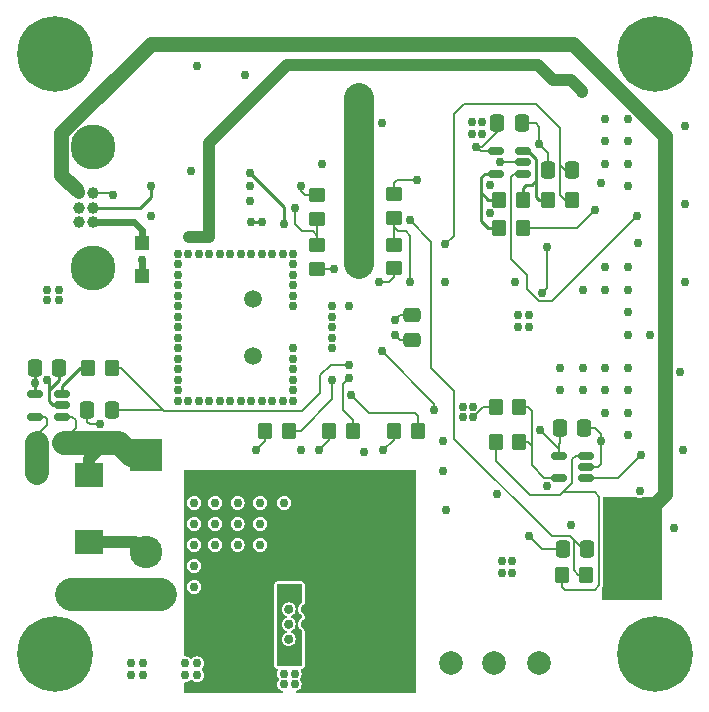
<source format=gbl>
%TF.GenerationSoftware,KiCad,Pcbnew,8.0.9*%
%TF.CreationDate,2025-05-21T00:59:13-04:00*%
%TF.ProjectId,rocket_power_board,726f636b-6574-45f7-906f-7765725f626f,rev?*%
%TF.SameCoordinates,Original*%
%TF.FileFunction,Copper,L4,Bot*%
%TF.FilePolarity,Positive*%
%FSLAX46Y46*%
G04 Gerber Fmt 4.6, Leading zero omitted, Abs format (unit mm)*
G04 Created by KiCad (PCBNEW 8.0.9) date 2025-05-21 00:59:13*
%MOMM*%
%LPD*%
G01*
G04 APERTURE LIST*
G04 Aperture macros list*
%AMRoundRect*
0 Rectangle with rounded corners*
0 $1 Rounding radius*
0 $2 $3 $4 $5 $6 $7 $8 $9 X,Y pos of 4 corners*
0 Add a 4 corners polygon primitive as box body*
4,1,4,$2,$3,$4,$5,$6,$7,$8,$9,$2,$3,0*
0 Add four circle primitives for the rounded corners*
1,1,$1+$1,$2,$3*
1,1,$1+$1,$4,$5*
1,1,$1+$1,$6,$7*
1,1,$1+$1,$8,$9*
0 Add four rect primitives between the rounded corners*
20,1,$1+$1,$2,$3,$4,$5,0*
20,1,$1+$1,$4,$5,$6,$7,0*
20,1,$1+$1,$6,$7,$8,$9,0*
20,1,$1+$1,$8,$9,$2,$3,0*%
G04 Aperture macros list end*
%TA.AperFunction,ComponentPad*%
%ADD10C,2.000000*%
%TD*%
%TA.AperFunction,ComponentPad*%
%ADD11C,6.400000*%
%TD*%
%TA.AperFunction,ComponentPad*%
%ADD12C,3.800000*%
%TD*%
%TA.AperFunction,ComponentPad*%
%ADD13C,1.000000*%
%TD*%
%TA.AperFunction,ComponentPad*%
%ADD14R,2.743200X2.743200*%
%TD*%
%TA.AperFunction,ComponentPad*%
%ADD15C,2.743200*%
%TD*%
%TA.AperFunction,ComponentPad*%
%ADD16C,1.500000*%
%TD*%
%TA.AperFunction,SMDPad,CuDef*%
%ADD17RoundRect,0.250000X-0.350000X-0.450000X0.350000X-0.450000X0.350000X0.450000X-0.350000X0.450000X0*%
%TD*%
%TA.AperFunction,SMDPad,CuDef*%
%ADD18RoundRect,0.250000X0.350000X0.450000X-0.350000X0.450000X-0.350000X-0.450000X0.350000X-0.450000X0*%
%TD*%
%TA.AperFunction,SMDPad,CuDef*%
%ADD19RoundRect,0.250000X-0.337500X-0.475000X0.337500X-0.475000X0.337500X0.475000X-0.337500X0.475000X0*%
%TD*%
%TA.AperFunction,SMDPad,CuDef*%
%ADD20RoundRect,0.250000X0.337500X0.475000X-0.337500X0.475000X-0.337500X-0.475000X0.337500X-0.475000X0*%
%TD*%
%TA.AperFunction,SMDPad,CuDef*%
%ADD21RoundRect,0.250000X-0.475000X0.337500X-0.475000X-0.337500X0.475000X-0.337500X0.475000X0.337500X0*%
%TD*%
%TA.AperFunction,SMDPad,CuDef*%
%ADD22RoundRect,0.150000X0.512500X0.150000X-0.512500X0.150000X-0.512500X-0.150000X0.512500X-0.150000X0*%
%TD*%
%TA.AperFunction,SMDPad,CuDef*%
%ADD23RoundRect,0.250000X-0.450000X0.350000X-0.450000X-0.350000X0.450000X-0.350000X0.450000X0.350000X0*%
%TD*%
%TA.AperFunction,SMDPad,CuDef*%
%ADD24RoundRect,0.250000X0.450000X-0.350000X0.450000X0.350000X-0.450000X0.350000X-0.450000X-0.350000X0*%
%TD*%
%TA.AperFunction,SMDPad,CuDef*%
%ADD25R,2.489200X2.159000*%
%TD*%
%TA.AperFunction,SMDPad,CuDef*%
%ADD26R,1.200000X1.200000*%
%TD*%
%TA.AperFunction,ViaPad*%
%ADD27C,0.762000*%
%TD*%
%TA.AperFunction,Conductor*%
%ADD28C,1.270000*%
%TD*%
%TA.AperFunction,Conductor*%
%ADD29C,1.016000*%
%TD*%
%TA.AperFunction,Conductor*%
%ADD30C,0.203200*%
%TD*%
%TA.AperFunction,Conductor*%
%ADD31C,0.279400*%
%TD*%
%TA.AperFunction,Conductor*%
%ADD32C,2.765520*%
%TD*%
%TA.AperFunction,Conductor*%
%ADD33C,2.540000*%
%TD*%
%TA.AperFunction,Conductor*%
%ADD34C,0.599948*%
%TD*%
%TA.AperFunction,Conductor*%
%ADD35C,2.032000*%
%TD*%
G04 APERTURE END LIST*
D10*
%TO.P,5V,1,1*%
%TO.N,+5V*%
X229870000Y-135382000D03*
%TD*%
D11*
%TO.P,H3,1,1*%
%TO.N,GND*%
X196342000Y-134620000D03*
%TD*%
D10*
%TO.P,12V,1,1*%
%TO.N,+12V*%
X237363000Y-135382000D03*
%TD*%
D12*
%TO.P,J2,*%
%TO.N,*%
X199624000Y-91644000D03*
X199624000Y-101944000D03*
D13*
%TO.P,J2,1,Pin_1*%
%TO.N,/Charge_Line*%
X199624000Y-98044000D03*
%TO.P,J2,2,Pin_2*%
%TO.N,/CANL*%
X199624000Y-96794000D03*
%TO.P,J2,3,Pin_3*%
%TO.N,/CANH*%
X199624000Y-95544000D03*
%TO.P,J2,4,Pin_4*%
%TO.N,GND*%
X198374000Y-98044000D03*
%TO.P,J2,5,Pin_5*%
%TO.N,+5V_SW*%
X198374000Y-96794000D03*
%TO.P,J2,6,Pin_6*%
%TO.N,+12V*%
X198374000Y-95544000D03*
%TD*%
D10*
%TO.P,5V_O,1,1*%
%TO.N,+5V_SW*%
X233553000Y-135382000D03*
%TD*%
D11*
%TO.P,H2,1,1*%
%TO.N,GND*%
X247142000Y-83820000D03*
%TD*%
D14*
%TO.P,J3,1,Pin_1*%
%TO.N,/Charge Circuitry+12V-5V Buck/BATT_ISense_+*%
X204078500Y-117729000D03*
D15*
%TO.P,J3,2,Pin_2*%
%TO.N,GND*%
X204078500Y-125984000D03*
%TD*%
D16*
%TO.P,Y1,1,1*%
%TO.N,/OSC2*%
X213106000Y-109384000D03*
%TO.P,Y1,2,2*%
%TO.N,/OSC1*%
X213106000Y-104504000D03*
%TD*%
D11*
%TO.P,H1,1,1*%
%TO.N,GND*%
X196342000Y-83820000D03*
%TD*%
%TO.P,H4,1,1*%
%TO.N,GND*%
X247142000Y-134620000D03*
%TD*%
D17*
%TO.P,R32,1*%
%TO.N,Net-(U8--)*%
X233955500Y-96139000D03*
%TO.P,R32,2*%
%TO.N,Net-(R32-Pad2)*%
X235955500Y-96139000D03*
%TD*%
D18*
%TO.P,R19,1*%
%TO.N,Net-(U6--)*%
X235674500Y-113697000D03*
%TO.P,R19,2*%
%TO.N,GND*%
X233674500Y-113697000D03*
%TD*%
D19*
%TO.P,C15,1*%
%TO.N,+5V*%
X239119500Y-115443000D03*
%TO.P,C15,2*%
%TO.N,GND*%
X241194500Y-115443000D03*
%TD*%
D20*
%TO.P,C16,1*%
%TO.N,/BATT_Current_Sense*%
X201189500Y-113919000D03*
%TO.P,C16,2*%
%TO.N,GND*%
X199114500Y-113919000D03*
%TD*%
D21*
%TO.P,C3,1*%
%TO.N,+5V*%
X226568000Y-105896500D03*
%TO.P,C3,2*%
%TO.N,GND*%
X226568000Y-107971500D03*
%TD*%
D18*
%TO.P,R23,1*%
%TO.N,/BATT_Current_Sense*%
X201152000Y-110363000D03*
%TO.P,R23,2*%
%TO.N,Net-(R23-Pad2)*%
X199152000Y-110363000D03*
%TD*%
D20*
%TO.P,C24,1*%
%TO.N,/5V_Current_Sense*%
X240178500Y-93599000D03*
%TO.P,C24,2*%
%TO.N,GND*%
X238103500Y-93599000D03*
%TD*%
D22*
%TO.P,U8,1*%
%TO.N,Net-(R32-Pad2)*%
X235960500Y-92014000D03*
%TO.P,U8,2,GND*%
%TO.N,GND*%
X235960500Y-92964000D03*
%TO.P,U8,3,+*%
%TO.N,/5V_Enable/5V_I_Sense_Op_Amp_In*%
X235960500Y-93914000D03*
%TO.P,U8,4,-*%
%TO.N,Net-(U8--)*%
X233685500Y-93914000D03*
%TO.P,U8,5,V+*%
%TO.N,+5V*%
X233685500Y-92014000D03*
%TD*%
%TO.P,U5,1*%
%TO.N,Net-(R23-Pad2)*%
X196967000Y-112588000D03*
%TO.P,U5,2,GND*%
%TO.N,GND*%
X196967000Y-113538000D03*
%TO.P,U5,3,+*%
%TO.N,/Charge Circuitry+12V-5V Buck/BATT_ISense_+*%
X196967000Y-114488000D03*
%TO.P,U5,4,-*%
%TO.N,/Charge Circuitry+12V-5V Buck/BATT_ISense_-*%
X194692000Y-114488000D03*
%TO.P,U5,5,V+*%
%TO.N,+5V*%
X194692000Y-112588000D03*
%TD*%
D17*
%TO.P,R9,1*%
%TO.N,Net-(D2-K)*%
X219599000Y-115697000D03*
%TO.P,R9,2*%
%TO.N,/Blue_LED*%
X221599000Y-115697000D03*
%TD*%
D23*
%TO.P,R6,1*%
%TO.N,+5V*%
X218567000Y-95731500D03*
%TO.P,R6,2*%
%TO.N,/5V_Voltage_Sense*%
X218567000Y-97731500D03*
%TD*%
D19*
%TO.P,C14,1*%
%TO.N,+5V*%
X194669500Y-110363000D03*
%TO.P,C14,2*%
%TO.N,GND*%
X196744500Y-110363000D03*
%TD*%
D23*
%TO.P,R3,1*%
%TO.N,+BATT*%
X225044000Y-95663000D03*
%TO.P,R3,2*%
%TO.N,/BATT_Voltage_Sense*%
X225044000Y-97663000D03*
%TD*%
D24*
%TO.P,R7,1*%
%TO.N,GND*%
X218567000Y-101965000D03*
%TO.P,R7,2*%
%TO.N,/5V_Voltage_Sense*%
X218567000Y-99965000D03*
%TD*%
D25*
%TO.P,C25,1*%
%TO.N,/Charge Circuitry+12V-5V Buck/BATT_ISense_+*%
X199263000Y-119443500D03*
%TO.P,C25,2*%
%TO.N,GND*%
X199263000Y-125082300D03*
%TD*%
D17*
%TO.P,R10,1*%
%TO.N,Net-(D3-K)*%
X225060000Y-115697000D03*
%TO.P,R10,2*%
%TO.N,/White_LED*%
X227060000Y-115697000D03*
%TD*%
%TO.P,R11,1*%
%TO.N,/Charge Circuitry+12V-5V Buck/BATT_ISense_-*%
X194834000Y-116713000D03*
%TO.P,R11,2*%
%TO.N,/Charge Circuitry+12V-5V Buck/BATT_ISense_+*%
X196834000Y-116713000D03*
%TD*%
D18*
%TO.P,R24,1*%
%TO.N,/12V_Current_Sense*%
X241284000Y-127889000D03*
%TO.P,R24,2*%
%TO.N,Net-(R20-Pad2)*%
X239284000Y-127889000D03*
%TD*%
D24*
%TO.P,R4,1*%
%TO.N,GND*%
X225044000Y-101927500D03*
%TO.P,R4,2*%
%TO.N,/BATT_Voltage_Sense*%
X225044000Y-99927500D03*
%TD*%
D17*
%TO.P,R31,1*%
%TO.N,Net-(U8--)*%
X233955500Y-98552000D03*
%TO.P,R31,2*%
%TO.N,GND*%
X235955500Y-98552000D03*
%TD*%
D18*
%TO.P,R20,1*%
%TO.N,Net-(U6--)*%
X235674500Y-116647000D03*
%TO.P,R20,2*%
%TO.N,Net-(R20-Pad2)*%
X233674500Y-116647000D03*
%TD*%
D26*
%TO.P,D5,1,K*%
%TO.N,+BATT*%
X203708000Y-102619000D03*
%TO.P,D5,2,A*%
%TO.N,/Charge_Line*%
X203708000Y-99819000D03*
%TD*%
D19*
%TO.P,C22,1*%
%TO.N,+5V*%
X233791000Y-89662000D03*
%TO.P,C22,2*%
%TO.N,GND*%
X235866000Y-89662000D03*
%TD*%
D18*
%TO.P,R35,1*%
%TO.N,/5V_Current_Sense*%
X240146500Y-96139000D03*
%TO.P,R35,2*%
%TO.N,Net-(R32-Pad2)*%
X238146500Y-96139000D03*
%TD*%
D20*
%TO.P,C17,1*%
%TO.N,/12V_Current_Sense*%
X241448500Y-125730000D03*
%TO.P,C17,2*%
%TO.N,GND*%
X239373500Y-125730000D03*
%TD*%
D22*
%TO.P,U6,1*%
%TO.N,Net-(R20-Pad2)*%
X241294500Y-117795000D03*
%TO.P,U6,2,GND*%
%TO.N,GND*%
X241294500Y-118745000D03*
%TO.P,U6,3,+*%
%TO.N,/Charge Circuitry+12V-5V Buck/12V_I_Sense_Op_Amp_In*%
X241294500Y-119695000D03*
%TO.P,U6,4,-*%
%TO.N,Net-(U6--)*%
X239019500Y-119695000D03*
%TO.P,U6,5,V+*%
%TO.N,+5V*%
X239019500Y-117795000D03*
%TD*%
D17*
%TO.P,R8,1*%
%TO.N,Net-(D1-K)*%
X214138000Y-115697000D03*
%TO.P,R8,2*%
%TO.N,/Red_LED*%
X216138000Y-115697000D03*
%TD*%
D27*
%TO.N,+12V*%
X243332000Y-129540000D03*
X245237000Y-129540000D03*
X247142000Y-123825000D03*
X245237000Y-123825000D03*
X243332000Y-127635000D03*
X243332000Y-125730000D03*
X245237000Y-125730000D03*
X245237000Y-127635000D03*
X247142000Y-129540000D03*
X233807000Y-121031000D03*
X243332000Y-121920000D03*
X243332000Y-123825000D03*
%TO.N,GND*%
X213868000Y-113157000D03*
X216535000Y-112268000D03*
X195702500Y-111379000D03*
X219837000Y-105156000D03*
X236474000Y-124587000D03*
X200147500Y-115112800D03*
X249682000Y-103124000D03*
X209423000Y-113157000D03*
X235585000Y-105918000D03*
X242570000Y-94742000D03*
X237363000Y-91440000D03*
X214757000Y-100711000D03*
X217551000Y-132080000D03*
X212979000Y-113157000D03*
X212852000Y-96266000D03*
X206756000Y-105156000D03*
X223774000Y-103073200D03*
X209423000Y-100711000D03*
X206756000Y-104267000D03*
X231775000Y-113665000D03*
X236474000Y-105918000D03*
X216535000Y-104267000D03*
X249682000Y-96520000D03*
X234061000Y-92964000D03*
X242570000Y-116586000D03*
X216154000Y-133350000D03*
X206756000Y-101600000D03*
X231648000Y-89535000D03*
X215646000Y-100711000D03*
X206756000Y-110490000D03*
X215646000Y-113157000D03*
X207645000Y-100711000D03*
X211201000Y-100711000D03*
X231648000Y-90551000D03*
X213868000Y-100711000D03*
X206756000Y-112268000D03*
X216535000Y-113157000D03*
X212979000Y-100711000D03*
X219837000Y-106934000D03*
X208153000Y-133350000D03*
X229489000Y-122428000D03*
X245872000Y-120777000D03*
X210312000Y-113157000D03*
X211201000Y-113157000D03*
X206756000Y-103378000D03*
X210312000Y-100711000D03*
X232537000Y-89535000D03*
X206756000Y-111379000D03*
X219964000Y-101981000D03*
X232537000Y-90551000D03*
X212090000Y-100711000D03*
X216535000Y-102489000D03*
X207645000Y-113157000D03*
X216535000Y-105156000D03*
X216535000Y-103378000D03*
X249682000Y-89916000D03*
X234188000Y-127762000D03*
X212090000Y-113157000D03*
X234188000Y-126746000D03*
X206756000Y-106934000D03*
X206756000Y-100711000D03*
X208534000Y-113157000D03*
X248814500Y-123952000D03*
X204470000Y-97536000D03*
X214757000Y-113157000D03*
X216535000Y-109601000D03*
X219837000Y-106045000D03*
X236474000Y-106934000D03*
X208407000Y-84836000D03*
X216535000Y-110490000D03*
X245745117Y-99822017D03*
X217551000Y-130810000D03*
X216159500Y-130810000D03*
X235077000Y-127762000D03*
X216535000Y-100711000D03*
X237998000Y-120396000D03*
X230886000Y-114554000D03*
X216535000Y-111379000D03*
X222092487Y-134744710D03*
X242062000Y-97028000D03*
X216159500Y-132080000D03*
X221284800Y-105156000D03*
X208153000Y-132080000D03*
X206756000Y-113157000D03*
X235077000Y-126746000D03*
X208158500Y-130810000D03*
X208534000Y-100711000D03*
X230886000Y-113665000D03*
X229362000Y-103124000D03*
X206756000Y-108712000D03*
X249571000Y-117342500D03*
X216535000Y-108712000D03*
X235585000Y-106934000D03*
X249301000Y-110744000D03*
X206756000Y-102489000D03*
X206756000Y-107823000D03*
X231775000Y-114554000D03*
X219837000Y-107823000D03*
X206756000Y-106045000D03*
X216535000Y-101600000D03*
X225171000Y-107569000D03*
X206756000Y-109601000D03*
X224028000Y-89662000D03*
X219837000Y-108712000D03*
%TO.N,+5V*%
X222910400Y-87528400D03*
X221234000Y-87528400D03*
X233161859Y-97295853D03*
X221234000Y-100736400D03*
X222097600Y-100736400D03*
X198628000Y-129540000D03*
X213741000Y-123571000D03*
X222910400Y-97739200D03*
X208153000Y-121793000D03*
X222504000Y-117475000D03*
X222910400Y-100736400D03*
X222097600Y-97739200D03*
X242951000Y-91186000D03*
X218946787Y-93066813D03*
X207899000Y-93726000D03*
X213741000Y-121793000D03*
X197739000Y-130429000D03*
X205232000Y-128651000D03*
X199517000Y-130429000D03*
X208153000Y-127127000D03*
X221234000Y-88341200D03*
X205232000Y-130429000D03*
X203454000Y-130429000D03*
X221234000Y-97739200D03*
X221234000Y-96926400D03*
X232029000Y-91643200D03*
X208153000Y-125349000D03*
X211836000Y-123571000D03*
X222097600Y-88341200D03*
X217170000Y-94996000D03*
X244856000Y-93091000D03*
X194669500Y-111633000D03*
X221234000Y-101549200D03*
X208153000Y-128905000D03*
X244856000Y-89281000D03*
X199517000Y-128651000D03*
X222910400Y-88341200D03*
X229235000Y-116586000D03*
X222097600Y-96926400D03*
X244856000Y-91186000D03*
X217170000Y-117348000D03*
X208153000Y-123571000D03*
X242951000Y-93091000D03*
X213741000Y-125349000D03*
X204343000Y-129540000D03*
X237413800Y-115646200D03*
X242951000Y-89281000D03*
X212471000Y-85598000D03*
X212852000Y-94996000D03*
X197739000Y-128651000D03*
X211836000Y-121793000D03*
X209931000Y-125349000D03*
X215773000Y-121793000D03*
X222097600Y-87528400D03*
X209931000Y-121793000D03*
X203454000Y-128651000D03*
X222910400Y-101549200D03*
X244856000Y-94996000D03*
X240030000Y-123647200D03*
X211836000Y-125349000D03*
X222097600Y-101549200D03*
X222910400Y-96926400D03*
X225171000Y-106299000D03*
X209931000Y-123571000D03*
%TO.N,/5V_Current_Sense*%
X229402920Y-99908080D03*
%TO.N,/12V_Current_Sense*%
X226392875Y-97867903D03*
%TO.N,Net-(D3-K)*%
X224155000Y-117348000D03*
%TO.N,/CANL*%
X204470000Y-94996000D03*
%TO.N,+5V_SW*%
X244856000Y-107569000D03*
X238506000Y-85979000D03*
X235305600Y-103073200D03*
X240030000Y-85979000D03*
X207645000Y-99314000D03*
X244856000Y-105664000D03*
X208534000Y-99314000D03*
X242951000Y-101854000D03*
X244856000Y-101854000D03*
X209423000Y-99314000D03*
X240969800Y-86995000D03*
X242951000Y-103759000D03*
X244856000Y-103759000D03*
X241046000Y-103759000D03*
X246761000Y-107569000D03*
%TO.N,/CANH*%
X201295000Y-95758000D03*
%TO.N,/BATT_Voltage_Sense*%
X226441000Y-103124000D03*
%TO.N,/5V_Voltage_Sense*%
X216654503Y-96811483D03*
%TO.N,/Red_LED*%
X219837000Y-111379000D03*
%TO.N,/Blue_LED*%
X221234000Y-111252000D03*
%TO.N,/White_LED*%
X221411800Y-112649000D03*
%TO.N,/CAN_TX*%
X213868000Y-98044000D03*
X212979000Y-98044000D03*
%TO.N,/CAN_RX*%
X212852000Y-93853000D03*
X215773000Y-98171000D03*
%TO.N,+BATT*%
X203835000Y-135382000D03*
X241056500Y-110357500D03*
X202819000Y-136398000D03*
X202819000Y-135382000D03*
X196723000Y-104648000D03*
X203835000Y-136398000D03*
X244866500Y-112262500D03*
X196723000Y-103759000D03*
X195707000Y-104648000D03*
X239151500Y-110357500D03*
X244866500Y-110357500D03*
X244866500Y-114167500D03*
X226999800Y-94488000D03*
X195707000Y-103759000D03*
X242961500Y-114167500D03*
X239151500Y-112262500D03*
X242961500Y-112262500D03*
X242961500Y-110357500D03*
X229235000Y-119126000D03*
X233172000Y-94869000D03*
X203708000Y-101219000D03*
X244866500Y-116072500D03*
X241056500Y-112262500D03*
%TO.N,/BATT_Current_Sense*%
X221234000Y-110109000D03*
%TO.N,/Charge Circuitry+12V-5V Buck/SW_PIN*%
X216662000Y-129159000D03*
X216662000Y-135001000D03*
X215773000Y-135001000D03*
X215773000Y-129159000D03*
%TO.N,/5V_Fuse_FLT*%
X238002667Y-100126800D03*
X237617000Y-104013000D03*
%TO.N,/Charge Circuitry+12V-5V Buck/BATT_ISense_-*%
X194310000Y-118491000D03*
X195326000Y-118491000D03*
X195326000Y-119507000D03*
X194310000Y-119507000D03*
%TO.N,Net-(D1-K)*%
X213360000Y-117348000D03*
%TO.N,/Charge Circuitry+12V-5V Buck/Buck_In*%
X207391000Y-135382000D03*
X215773000Y-136271000D03*
X207391000Y-136398000D03*
X215773000Y-137160000D03*
X208407000Y-135382000D03*
X208407000Y-136398000D03*
X216662000Y-136271000D03*
X216662000Y-137160000D03*
%TO.N,/5V_Enable/5V_I_Sense_Op_Amp_In*%
X245618000Y-97536000D03*
%TO.N,/12V_RST{slash}EN*%
X224028000Y-108966000D03*
X228473000Y-113919000D03*
%TO.N,/Charge Circuitry+12V-5V Buck/12V_I_Sense_Op_Amp_In*%
X245999000Y-117729000D03*
%TO.N,Net-(D2-K)*%
X218694000Y-117348000D03*
%TD*%
D28*
%TO.N,+12V*%
X196885800Y-94015800D02*
X196885800Y-90509800D01*
D29*
X198374000Y-95544000D02*
X198374000Y-95504000D01*
D28*
X248031000Y-121031000D02*
X247396000Y-121666000D01*
D29*
X198374000Y-95504000D02*
X198120000Y-95250000D01*
D28*
X204464600Y-82931000D02*
X240230210Y-82931000D01*
X196885800Y-90509800D02*
X204464600Y-82931000D01*
X240230210Y-82931000D02*
X248031000Y-90731790D01*
X198120000Y-95250000D02*
X196885800Y-94015800D01*
X248031000Y-90731790D02*
X248031000Y-121031000D01*
D30*
%TO.N,GND*%
X199114500Y-113919000D02*
X199114500Y-114918000D01*
X226568000Y-107971500D02*
X225573500Y-107971500D01*
X238103500Y-93599000D02*
X238103500Y-92180500D01*
X199114500Y-114918000D02*
X199309300Y-115112800D01*
D31*
X195834000Y-112268000D02*
X195834000Y-113157000D01*
D30*
X225573500Y-107971500D02*
X225171000Y-107569000D01*
X235866000Y-89662000D02*
X237082000Y-89662000D01*
D31*
X196215000Y-113538000D02*
X196967000Y-113538000D01*
X195702500Y-111379000D02*
X195829500Y-111506000D01*
D30*
X240538000Y-98552000D02*
X242062000Y-97028000D01*
X242062000Y-115443000D02*
X242570000Y-115951000D01*
X225044000Y-102717600D02*
X224688400Y-103073200D01*
D31*
X195834000Y-113157000D02*
X196215000Y-113538000D01*
X195829500Y-112263500D02*
X195834000Y-112268000D01*
D30*
X219948000Y-101965000D02*
X219964000Y-101981000D01*
X242570000Y-118491000D02*
X242316000Y-118745000D01*
X235955500Y-98552000D02*
X240538000Y-98552000D01*
X242316000Y-118745000D02*
X241294500Y-118745000D01*
X224688400Y-103073200D02*
X223774000Y-103073200D01*
D31*
X196744500Y-111357500D02*
X195834000Y-112268000D01*
D30*
X233674500Y-113697000D02*
X232632000Y-113697000D01*
D29*
X203176800Y-125082300D02*
X204078500Y-125984000D01*
D30*
X225044000Y-101927500D02*
X225044000Y-102717600D01*
D31*
X196744500Y-110363000D02*
X196744500Y-111357500D01*
D30*
X199309300Y-115112800D02*
X200147500Y-115112800D01*
X237363000Y-89943000D02*
X237363000Y-91440000D01*
X237082000Y-89662000D02*
X237363000Y-89943000D01*
X239373500Y-125730000D02*
X237617000Y-125730000D01*
X235960500Y-92964000D02*
X234061000Y-92964000D01*
D31*
X195829500Y-111506000D02*
X195829500Y-112263500D01*
D29*
X199263000Y-125082300D02*
X203176800Y-125082300D01*
D30*
X232632000Y-113697000D02*
X231775000Y-114554000D01*
X242570000Y-115951000D02*
X242570000Y-116586000D01*
X218567000Y-101965000D02*
X219948000Y-101965000D01*
X237617000Y-125730000D02*
X236474000Y-124587000D01*
X241194500Y-115443000D02*
X242062000Y-115443000D01*
X238103500Y-92180500D02*
X237363000Y-91440000D01*
X242570000Y-116586000D02*
X242570000Y-118491000D01*
%TO.N,+5V*%
X237413800Y-115646200D02*
X237439200Y-115646200D01*
X239119500Y-116205000D02*
X239119500Y-116226500D01*
X239014000Y-116840000D02*
X239014000Y-117221000D01*
D32*
X197739000Y-129540000D02*
X205232000Y-129540000D01*
D30*
X239119500Y-116205000D02*
X239119500Y-116734500D01*
X217170000Y-95377000D02*
X217170000Y-94996000D01*
X233791000Y-89662000D02*
X233791000Y-90387000D01*
X239014000Y-117789500D02*
X239019500Y-117795000D01*
X232399800Y-92014000D02*
X232029000Y-91643200D01*
X225573500Y-105896500D02*
X225171000Y-106299000D01*
X239119500Y-115443000D02*
X239119500Y-116205000D01*
D31*
X194669500Y-111633000D02*
X194669500Y-112565500D01*
D33*
X222097600Y-101549200D02*
X222097600Y-87528400D01*
D30*
X239014000Y-117221000D02*
X239014000Y-117789500D01*
X226568000Y-105896500D02*
X225573500Y-105896500D01*
X217524500Y-95731500D02*
X217170000Y-95377000D01*
D31*
X194669500Y-110363000D02*
X194669500Y-111633000D01*
D30*
X237439200Y-115646200D02*
X239014000Y-117221000D01*
X232534800Y-91643200D02*
X232029000Y-91643200D01*
X239119500Y-116734500D02*
X239014000Y-116840000D01*
X218567000Y-95731500D02*
X217524500Y-95731500D01*
X233791000Y-90387000D02*
X232534800Y-91643200D01*
D31*
X194669500Y-112565500D02*
X194692000Y-112588000D01*
D30*
X233685500Y-92014000D02*
X232399800Y-92014000D01*
%TO.N,/5V_Current_Sense*%
X239141000Y-93218000D02*
X239141000Y-95758000D01*
X230124000Y-88900000D02*
X231013000Y-88011000D01*
X239522000Y-96139000D02*
X240146500Y-96139000D01*
X237109000Y-88011000D02*
X239141000Y-90043000D01*
X240178500Y-93599000D02*
X239522000Y-93599000D01*
X239522000Y-93599000D02*
X239141000Y-93218000D01*
X239141000Y-95758000D02*
X239522000Y-96139000D01*
X229402920Y-99908080D02*
X230124000Y-99187000D01*
X239141000Y-90043000D02*
X239141000Y-93218000D01*
X231013000Y-88011000D02*
X237109000Y-88011000D01*
X230124000Y-99187000D02*
X230124000Y-88900000D01*
%TO.N,/12V_Current_Sense*%
X230174800Y-116382800D02*
X238416000Y-124624000D01*
X239940000Y-124624000D02*
X240284000Y-124968000D01*
X228219000Y-110363000D02*
X230174800Y-112318800D01*
X241284000Y-127889000D02*
X240665000Y-127889000D01*
X228219000Y-99694028D02*
X228219000Y-110363000D01*
X226392875Y-97867903D02*
X228219000Y-99694028D01*
X240284000Y-127508000D02*
X240284000Y-124968000D01*
X230174800Y-112318800D02*
X230174800Y-116382800D01*
X241046000Y-125730000D02*
X240284000Y-124968000D01*
X241448500Y-125730000D02*
X241046000Y-125730000D01*
X240665000Y-127889000D02*
X240284000Y-127508000D01*
X238416000Y-124624000D02*
X239940000Y-124624000D01*
D34*
%TO.N,/Charge_Line*%
X203073000Y-98044000D02*
X203708000Y-98679000D01*
X199624000Y-98044000D02*
X203073000Y-98044000D01*
X203708000Y-98679000D02*
X203708000Y-99819000D01*
D30*
%TO.N,Net-(D3-K)*%
X224155000Y-117348000D02*
X225060000Y-116443000D01*
X225060000Y-116443000D02*
X225060000Y-115697000D01*
D31*
%TO.N,/CANL*%
X203568750Y-96794000D02*
X199624000Y-96794000D01*
X204470000Y-95892750D02*
X203568750Y-96794000D01*
X204470000Y-94996000D02*
X204470000Y-95892750D01*
D29*
%TO.N,+5V_SW*%
X209423000Y-91313000D02*
X209423000Y-99314000D01*
X238506000Y-85979000D02*
X240030000Y-85979000D01*
X216027000Y-84709000D02*
X209423000Y-91313000D01*
X240969800Y-86918800D02*
X240969800Y-86995000D01*
X240030000Y-85979000D02*
X240969800Y-86918800D01*
X238506000Y-85979000D02*
X237236000Y-84709000D01*
X237236000Y-84709000D02*
X216027000Y-84709000D01*
X209423000Y-99314000D02*
X207699283Y-99314000D01*
D30*
%TO.N,/CANH*%
X201081000Y-95544000D02*
X199624000Y-95544000D01*
X201295000Y-95758000D02*
X201081000Y-95544000D01*
%TO.N,/BATT_Voltage_Sense*%
X226441000Y-99187000D02*
X226441000Y-103124000D01*
X225044000Y-98425000D02*
X225425000Y-98806000D01*
X226060000Y-98806000D02*
X226441000Y-99187000D01*
X225044000Y-98425000D02*
X225044000Y-99927500D01*
X225044000Y-97663000D02*
X225044000Y-98425000D01*
X225425000Y-98806000D02*
X226060000Y-98806000D01*
%TO.N,/5V_Voltage_Sense*%
X218567000Y-97731500D02*
X218567000Y-99187000D01*
X217678000Y-98806000D02*
X217297000Y-98806000D01*
X218567000Y-99187000D02*
X218567000Y-99965000D01*
X217297000Y-98806000D02*
X216654503Y-98163503D01*
X218186000Y-98806000D02*
X217678000Y-98806000D01*
X218567000Y-99187000D02*
X218186000Y-98806000D01*
X216654503Y-98163503D02*
X216654503Y-96811483D01*
%TO.N,/Red_LED*%
X216138000Y-115697000D02*
X217170000Y-115697000D01*
X219837000Y-113030000D02*
X219837000Y-111379000D01*
X217170000Y-115697000D02*
X219837000Y-113030000D01*
%TO.N,/Blue_LED*%
X221234000Y-111252000D02*
X220726000Y-111760000D01*
X220726000Y-113919000D02*
X221599000Y-114792000D01*
X220726000Y-111760000D02*
X220726000Y-113919000D01*
X221599000Y-114792000D02*
X221599000Y-115697000D01*
%TO.N,/White_LED*%
X222935800Y-114173000D02*
X226822000Y-114173000D01*
X221411800Y-112649000D02*
X222935800Y-114173000D01*
X227060000Y-114411000D02*
X227060000Y-115697000D01*
X226822000Y-114173000D02*
X227060000Y-114411000D01*
D31*
%TO.N,/CAN_TX*%
X213868000Y-98044000D02*
X212979000Y-98044000D01*
%TO.N,/CAN_RX*%
X215773000Y-96774000D02*
X212852000Y-93853000D01*
X215773000Y-98171000D02*
X215773000Y-96774000D01*
D30*
%TO.N,+BATT*%
X225044000Y-94742000D02*
X225044000Y-95663000D01*
X225298000Y-94488000D02*
X225044000Y-94742000D01*
D34*
X203708000Y-102619000D02*
X203708000Y-101219000D01*
D30*
X226999800Y-94488000D02*
X225298000Y-94488000D01*
%TO.N,/BATT_Current_Sense*%
X219710000Y-110109000D02*
X221234000Y-110109000D01*
X205608500Y-114046000D02*
X205994000Y-114046000D01*
X218821000Y-110998000D02*
X219710000Y-110109000D01*
X205994000Y-114046000D02*
X217313684Y-114046000D01*
X218821000Y-112538684D02*
X218821000Y-110998000D01*
X205481500Y-113919000D02*
X205483750Y-113921250D01*
X201152000Y-110363000D02*
X201925500Y-110363000D01*
X217313684Y-114046000D02*
X218821000Y-112538684D01*
X201189500Y-113919000D02*
X205481500Y-113919000D01*
X201925500Y-110363000D02*
X205608500Y-114046000D01*
%TO.N,/5V_Fuse_FLT*%
X237998000Y-103632000D02*
X237617000Y-104013000D01*
X238002667Y-100126800D02*
X237998000Y-100131467D01*
X237998000Y-100131467D02*
X237998000Y-103632000D01*
%TO.N,/Charge Circuitry+12V-5V Buck/BATT_ISense_-*%
X194692000Y-116571000D02*
X194834000Y-116713000D01*
X195514000Y-114488000D02*
X195707000Y-114681000D01*
X194834000Y-116062000D02*
X194834000Y-116713000D01*
X195707000Y-115189000D02*
X194834000Y-116062000D01*
D35*
X194834000Y-116713000D02*
X194834000Y-119237000D01*
D30*
X194692000Y-114488000D02*
X195514000Y-114488000D01*
X194691000Y-114487000D02*
X194692000Y-114488000D01*
X195707000Y-114681000D02*
X195707000Y-115189000D01*
D35*
%TO.N,/Charge Circuitry+12V-5V Buck/BATT_ISense_+*%
X201803000Y-116713000D02*
X197104000Y-116713000D01*
D30*
X196967000Y-114488000D02*
X197800000Y-114488000D01*
X201803000Y-116713000D02*
X200152000Y-116713000D01*
X197800000Y-114488000D02*
X198120000Y-114808000D01*
D29*
X199263000Y-119443500D02*
X199263000Y-118110000D01*
D30*
X198120000Y-114808000D02*
X198120000Y-115427000D01*
X198120000Y-115427000D02*
X196834000Y-116713000D01*
D35*
X202819000Y-117729000D02*
X201803000Y-116713000D01*
X204078500Y-117729000D02*
X202819000Y-117729000D01*
X201803000Y-116713000D02*
X200660000Y-116713000D01*
D29*
X199263000Y-118110000D02*
X200660000Y-116713000D01*
D30*
%TO.N,Net-(D1-K)*%
X213360000Y-117348000D02*
X214138000Y-116570000D01*
X214138000Y-116570000D02*
X214138000Y-115697000D01*
%TO.N,/5V_Enable/5V_I_Sense_Op_Amp_In*%
X238455200Y-104698800D02*
X237332932Y-104698800D01*
X236347000Y-103712868D02*
X236347000Y-102535034D01*
X245618000Y-97536000D02*
X238455200Y-104698800D01*
X236347000Y-102535034D02*
X234950000Y-101138034D01*
X234950000Y-94234000D02*
X235270000Y-93914000D01*
X235270000Y-93914000D02*
X235960500Y-93914000D01*
X234950000Y-101138034D02*
X234950000Y-94234000D01*
X237332932Y-104698800D02*
X236347000Y-103712868D01*
%TO.N,/12V_RST{slash}EN*%
X228473000Y-113411000D02*
X224028000Y-108966000D01*
X228473000Y-113919000D02*
X228473000Y-113411000D01*
%TO.N,/Charge Circuitry+12V-5V Buck/12V_I_Sense_Op_Amp_In*%
X241294500Y-119695000D02*
X244033000Y-119695000D01*
X244033000Y-119695000D02*
X245999000Y-117729000D01*
%TO.N,Net-(D2-K)*%
X219599000Y-116443000D02*
X219599000Y-115697000D01*
X218694000Y-117348000D02*
X219599000Y-116443000D01*
D31*
%TO.N,Net-(U8--)*%
X233955500Y-98552000D02*
X233050500Y-98552000D01*
X232415500Y-94234000D02*
X232735500Y-93914000D01*
X232415500Y-97917000D02*
X232415500Y-94234000D01*
X233050500Y-98552000D02*
X232415500Y-97917000D01*
X233955500Y-96139000D02*
X233050500Y-96139000D01*
X233050500Y-96139000D02*
X232415500Y-95504000D01*
X232735500Y-93914000D02*
X233685500Y-93914000D01*
D30*
%TO.N,Net-(U6--)*%
X235674500Y-113697000D02*
X236379000Y-113697000D01*
X237805000Y-119695000D02*
X239019500Y-119695000D01*
X236728000Y-114046000D02*
X236728000Y-116967000D01*
X236728000Y-116967000D02*
X236728000Y-118618000D01*
X236728000Y-118618000D02*
X237805000Y-119695000D01*
X235674500Y-116647000D02*
X236408000Y-116647000D01*
X236379000Y-113697000D02*
X236728000Y-114046000D01*
X236408000Y-116647000D02*
X236728000Y-116967000D01*
%TO.N,Net-(R20-Pad2)*%
X233674500Y-118231500D02*
X233674500Y-116647000D01*
X239090200Y-121158000D02*
X236601000Y-121158000D01*
X242062000Y-120904000D02*
X239344200Y-120904000D01*
X236601000Y-121158000D02*
X233674500Y-118231500D01*
X240157000Y-120091200D02*
X239776000Y-120472200D01*
X240472000Y-117795000D02*
X240157000Y-118110000D01*
X239776000Y-120472200D02*
X239306100Y-120942100D01*
X242443000Y-128778000D02*
X242443000Y-121285000D01*
X241294500Y-117795000D02*
X240472000Y-117795000D01*
X239306100Y-120942100D02*
X239090200Y-121158000D01*
X239284000Y-127889000D02*
X239284000Y-128921000D01*
X239522000Y-129159000D02*
X242062000Y-129159000D01*
X242443000Y-121285000D02*
X242062000Y-120904000D01*
X242062000Y-129159000D02*
X242443000Y-128778000D01*
X239284000Y-128921000D02*
X239522000Y-129159000D01*
X240157000Y-118110000D02*
X240157000Y-120091200D01*
D31*
%TO.N,Net-(R23-Pad2)*%
X198496500Y-110363000D02*
X199152000Y-110363000D01*
X196967000Y-112588000D02*
X196967000Y-111892500D01*
X196967000Y-111892500D02*
X198496500Y-110363000D01*
%TO.N,Net-(R32-Pad2)*%
X238146500Y-96139000D02*
X237368500Y-96139000D01*
X237114500Y-95885000D02*
X237114500Y-94107000D01*
X235955500Y-95133500D02*
X236220000Y-94869000D01*
X236440222Y-92014000D02*
X235960500Y-92014000D01*
X237114500Y-94107000D02*
X237114500Y-92688278D01*
X236220000Y-94869000D02*
X236728000Y-94869000D01*
X237114500Y-94482500D02*
X237114500Y-94107000D01*
X237368500Y-96139000D02*
X237114500Y-95885000D01*
X237114500Y-92688278D02*
X236440222Y-92014000D01*
X236728000Y-94869000D02*
X237114500Y-94482500D01*
X235955500Y-96139000D02*
X235955500Y-95133500D01*
%TD*%
%TA.AperFunction,Conductor*%
%TO.N,+12V*%
G36*
X245593313Y-121294439D02*
G01*
X245670845Y-121326553D01*
X245719363Y-121346650D01*
X245795681Y-121356697D01*
X245871999Y-121366745D01*
X245872000Y-121366745D01*
X245872001Y-121366745D01*
X245942306Y-121357489D01*
X246024637Y-121346650D01*
X246125950Y-121304685D01*
X246150687Y-121294439D01*
X246198139Y-121285000D01*
X247653000Y-121285000D01*
X247720039Y-121304685D01*
X247765794Y-121357489D01*
X247777000Y-121409000D01*
X247777000Y-129924000D01*
X247757315Y-129991039D01*
X247704511Y-130036794D01*
X247653000Y-130048000D01*
X242821000Y-130048000D01*
X242753961Y-130028315D01*
X242708206Y-129975511D01*
X242697000Y-129924000D01*
X242697000Y-128981884D01*
X242713612Y-128919885D01*
X242727494Y-128895842D01*
X242733067Y-128875039D01*
X242733068Y-128875039D01*
X242733068Y-128875034D01*
X242748300Y-128818193D01*
X242748300Y-121409000D01*
X242767985Y-121341961D01*
X242820789Y-121296206D01*
X242872300Y-121285000D01*
X245545861Y-121285000D01*
X245593313Y-121294439D01*
G37*
%TD.AperFunction*%
%TD*%
%TA.AperFunction,Conductor*%
%TO.N,/Charge Circuitry+12V-5V Buck/SW_PIN*%
G36*
X217255531Y-128670213D02*
G01*
X217292076Y-128720513D01*
X217297000Y-128751600D01*
X217297000Y-130218293D01*
X217277787Y-130277424D01*
X217257641Y-130298105D01*
X217133987Y-130392987D01*
X217040265Y-130515128D01*
X216981349Y-130657363D01*
X216961255Y-130809996D01*
X216961255Y-130810003D01*
X216981349Y-130962637D01*
X217040263Y-131104868D01*
X217040267Y-131104875D01*
X217123230Y-131212995D01*
X217133987Y-131227013D01*
X217256127Y-131320734D01*
X217256131Y-131320736D01*
X217257641Y-131321894D01*
X217292857Y-131373134D01*
X217297000Y-131401706D01*
X217297000Y-131488293D01*
X217277787Y-131547424D01*
X217257641Y-131568105D01*
X217133987Y-131662987D01*
X217040265Y-131785128D01*
X216981349Y-131927363D01*
X216961255Y-132079996D01*
X216961255Y-132080003D01*
X216981349Y-132232637D01*
X217040263Y-132374868D01*
X217040267Y-132374875D01*
X217123230Y-132482995D01*
X217133987Y-132497013D01*
X217256127Y-132590734D01*
X217256131Y-132590736D01*
X217257641Y-132591894D01*
X217292857Y-132643134D01*
X217297000Y-132671706D01*
X217297000Y-135535400D01*
X217277787Y-135594531D01*
X217227487Y-135631076D01*
X217196400Y-135636000D01*
X215238600Y-135636000D01*
X215179469Y-135616787D01*
X215142924Y-135566487D01*
X215138000Y-135535400D01*
X215138000Y-133349996D01*
X215564255Y-133349996D01*
X215564255Y-133350003D01*
X215584349Y-133502637D01*
X215643263Y-133644868D01*
X215643267Y-133644875D01*
X215726230Y-133752995D01*
X215736987Y-133767013D01*
X215736990Y-133767015D01*
X215859124Y-133860732D01*
X215859131Y-133860736D01*
X216001362Y-133919650D01*
X216153997Y-133939745D01*
X216154000Y-133939745D01*
X216154003Y-133939745D01*
X216306637Y-133919650D01*
X216448868Y-133860736D01*
X216448867Y-133860736D01*
X216448873Y-133860734D01*
X216571013Y-133767013D01*
X216664734Y-133644873D01*
X216723650Y-133502637D01*
X216743745Y-133350000D01*
X216743745Y-133349996D01*
X216723650Y-133197363D01*
X216664734Y-133055128D01*
X216571013Y-132932987D01*
X216448870Y-132839264D01*
X216448868Y-132839263D01*
X216376001Y-132809081D01*
X216328723Y-132768702D01*
X216314209Y-132708246D01*
X216338002Y-132650804D01*
X216376001Y-132623197D01*
X216439315Y-132596971D01*
X216454373Y-132590734D01*
X216576513Y-132497013D01*
X216670234Y-132374873D01*
X216729150Y-132232637D01*
X216749245Y-132080000D01*
X216749245Y-132079996D01*
X216729150Y-131927363D01*
X216670234Y-131785128D01*
X216576513Y-131662987D01*
X216454370Y-131569264D01*
X216454368Y-131569263D01*
X216378751Y-131537942D01*
X216331473Y-131497563D01*
X216316959Y-131437107D01*
X216340752Y-131379666D01*
X216378751Y-131352058D01*
X216442576Y-131325620D01*
X216454373Y-131320734D01*
X216576513Y-131227013D01*
X216670234Y-131104873D01*
X216729150Y-130962637D01*
X216749245Y-130810000D01*
X216749245Y-130809996D01*
X216729150Y-130657363D01*
X216670234Y-130515128D01*
X216576513Y-130392987D01*
X216454370Y-130299264D01*
X216454368Y-130299263D01*
X216312137Y-130240349D01*
X216159503Y-130220255D01*
X216159497Y-130220255D01*
X216006863Y-130240349D01*
X215864628Y-130299265D01*
X215742487Y-130392987D01*
X215648765Y-130515128D01*
X215589849Y-130657363D01*
X215569755Y-130809996D01*
X215569755Y-130810003D01*
X215589849Y-130962637D01*
X215648763Y-131104868D01*
X215648767Y-131104875D01*
X215731730Y-131212995D01*
X215742487Y-131227013D01*
X215742490Y-131227015D01*
X215864624Y-131320732D01*
X215864631Y-131320736D01*
X215940248Y-131352058D01*
X215987526Y-131392437D01*
X216002040Y-131452893D01*
X215978247Y-131510335D01*
X215940249Y-131537942D01*
X215864627Y-131569266D01*
X215742487Y-131662987D01*
X215648765Y-131785128D01*
X215589849Y-131927363D01*
X215569755Y-132079996D01*
X215569755Y-132080003D01*
X215589849Y-132232637D01*
X215648763Y-132374868D01*
X215648767Y-132374875D01*
X215731730Y-132482995D01*
X215742487Y-132497013D01*
X215742490Y-132497015D01*
X215864624Y-132590732D01*
X215864631Y-132590736D01*
X215937498Y-132620919D01*
X215984776Y-132661298D01*
X215999290Y-132721754D01*
X215975497Y-132779196D01*
X215937499Y-132806803D01*
X215859127Y-132839266D01*
X215736987Y-132932987D01*
X215643265Y-133055128D01*
X215584349Y-133197363D01*
X215564255Y-133349996D01*
X215138000Y-133349996D01*
X215138000Y-128751600D01*
X215157213Y-128692469D01*
X215207513Y-128655924D01*
X215238600Y-128651000D01*
X217196400Y-128651000D01*
X217255531Y-128670213D01*
G37*
%TD.AperFunction*%
%TD*%
%TA.AperFunction,Conductor*%
%TO.N,GND*%
G36*
X226913002Y-119018213D02*
G01*
X226949547Y-119068513D01*
X226954471Y-119099629D01*
X226949099Y-137828927D01*
X226929869Y-137888053D01*
X226879559Y-137924583D01*
X226848499Y-137929498D01*
X216831502Y-137929498D01*
X216772371Y-137910285D01*
X216735826Y-137859985D01*
X216735826Y-137797811D01*
X216772371Y-137747511D01*
X216808712Y-137733012D01*
X216808269Y-137731357D01*
X216814635Y-137729651D01*
X216956868Y-137670736D01*
X216956867Y-137670736D01*
X216956873Y-137670734D01*
X217079013Y-137577013D01*
X217172734Y-137454873D01*
X217231650Y-137312637D01*
X217251745Y-137160000D01*
X217251745Y-137159996D01*
X217231650Y-137007363D01*
X217172734Y-136865128D01*
X217134277Y-136815009D01*
X217104911Y-136776739D01*
X217084158Y-136718132D01*
X217101817Y-136658518D01*
X217104880Y-136654301D01*
X217172734Y-136565873D01*
X217231650Y-136423637D01*
X217251745Y-136271000D01*
X217251745Y-136270996D01*
X217231650Y-136118363D01*
X217172949Y-135976646D01*
X217168071Y-135914664D01*
X217200556Y-135861651D01*
X217250154Y-135838787D01*
X217260137Y-135837206D01*
X217264752Y-135836422D01*
X217350158Y-135799918D01*
X217400458Y-135763373D01*
X217428634Y-135738756D01*
X217476272Y-135659023D01*
X217495485Y-135599892D01*
X217505700Y-135535400D01*
X217505700Y-132671706D01*
X217505700Y-132671697D01*
X217503540Y-132641757D01*
X217499383Y-132613091D01*
X217499109Y-132611266D01*
X217499108Y-132611258D01*
X217464853Y-132524926D01*
X217429637Y-132473686D01*
X217384644Y-132426286D01*
X217384643Y-132426285D01*
X217384635Y-132426278D01*
X217381388Y-132423788D01*
X217381388Y-132423787D01*
X217381353Y-132423762D01*
X217293338Y-132356226D01*
X217274767Y-132337656D01*
X217274765Y-132337654D01*
X217255774Y-132312904D01*
X217230625Y-132280128D01*
X217217495Y-132257385D01*
X217189745Y-132190390D01*
X217182948Y-132165023D01*
X217173483Y-132093124D01*
X217173483Y-132066873D01*
X217182949Y-131994967D01*
X217189746Y-131969604D01*
X217217493Y-131902616D01*
X217230621Y-131879876D01*
X217274773Y-131822336D01*
X217293334Y-131803776D01*
X217384689Y-131733679D01*
X217407135Y-131713732D01*
X217427281Y-131693051D01*
X217428634Y-131691649D01*
X217476272Y-131611916D01*
X217495485Y-131552785D01*
X217505700Y-131488293D01*
X217505700Y-131401706D01*
X217505700Y-131401697D01*
X217503540Y-131371757D01*
X217499383Y-131343091D01*
X217499109Y-131341266D01*
X217499108Y-131341258D01*
X217464853Y-131254926D01*
X217429637Y-131203686D01*
X217384644Y-131156286D01*
X217384643Y-131156285D01*
X217384635Y-131156278D01*
X217381388Y-131153788D01*
X217381388Y-131153787D01*
X217381353Y-131153762D01*
X217293338Y-131086226D01*
X217274767Y-131067656D01*
X217274765Y-131067654D01*
X217255774Y-131042904D01*
X217230625Y-131010128D01*
X217217495Y-130987385D01*
X217189745Y-130920390D01*
X217182948Y-130895023D01*
X217173483Y-130823124D01*
X217173483Y-130796873D01*
X217182949Y-130724967D01*
X217189746Y-130699604D01*
X217217493Y-130632616D01*
X217230621Y-130609876D01*
X217274773Y-130552336D01*
X217293334Y-130533776D01*
X217384689Y-130463679D01*
X217407135Y-130443732D01*
X217427281Y-130423051D01*
X217428634Y-130421649D01*
X217476272Y-130341916D01*
X217495485Y-130282785D01*
X217505700Y-130218293D01*
X217505700Y-128751600D01*
X217503130Y-128718950D01*
X217498206Y-128687863D01*
X217497422Y-128683248D01*
X217497420Y-128683244D01*
X217497420Y-128683242D01*
X217460919Y-128597844D01*
X217460918Y-128597843D01*
X217460918Y-128597842D01*
X217424373Y-128547542D01*
X217399756Y-128519366D01*
X217320023Y-128471728D01*
X217299828Y-128465166D01*
X217260891Y-128452514D01*
X217196404Y-128442300D01*
X217196400Y-128442300D01*
X215238600Y-128442300D01*
X215238591Y-128442300D01*
X215205959Y-128444869D01*
X215205942Y-128444871D01*
X215174893Y-128449789D01*
X215174871Y-128449792D01*
X215174863Y-128449794D01*
X215173210Y-128450074D01*
X215170247Y-128450578D01*
X215170242Y-128450579D01*
X215084844Y-128487080D01*
X215084840Y-128487083D01*
X215034550Y-128523620D01*
X215034541Y-128523627D01*
X215006366Y-128548244D01*
X214958729Y-128627974D01*
X214939514Y-128687107D01*
X214939514Y-128687109D01*
X214929300Y-128751595D01*
X214929300Y-135535408D01*
X214931869Y-135568040D01*
X214931871Y-135568057D01*
X214936789Y-135599106D01*
X214937578Y-135603752D01*
X214937579Y-135603757D01*
X214974080Y-135689155D01*
X214974081Y-135689157D01*
X214974082Y-135689158D01*
X215010627Y-135739458D01*
X215035244Y-135767634D01*
X215114977Y-135815272D01*
X215174108Y-135834485D01*
X215185856Y-135836345D01*
X215241253Y-135864571D01*
X215269480Y-135919969D01*
X215263061Y-135974205D01*
X215203349Y-136118362D01*
X215183255Y-136270996D01*
X215183255Y-136271003D01*
X215203349Y-136423637D01*
X215262263Y-136565868D01*
X215262267Y-136565875D01*
X215330086Y-136654258D01*
X215350841Y-136712866D01*
X215333182Y-136772480D01*
X215330087Y-136776740D01*
X215262265Y-136865128D01*
X215203349Y-137007363D01*
X215183255Y-137159996D01*
X215183255Y-137160003D01*
X215203349Y-137312637D01*
X215262263Y-137454868D01*
X215262267Y-137454875D01*
X215328500Y-137541191D01*
X215355987Y-137577013D01*
X215355990Y-137577015D01*
X215478124Y-137670732D01*
X215478131Y-137670736D01*
X215620364Y-137729651D01*
X215626731Y-137731357D01*
X215626108Y-137733680D01*
X215672746Y-137755925D01*
X215702413Y-137810564D01*
X215694298Y-137872207D01*
X215651501Y-137917307D01*
X215603498Y-137929498D01*
X207364600Y-137929498D01*
X207305469Y-137910285D01*
X207268924Y-137859985D01*
X207264000Y-137828898D01*
X207264000Y-137085737D01*
X207283213Y-137026606D01*
X207333513Y-136990061D01*
X207377731Y-136985998D01*
X207391000Y-136987745D01*
X207391003Y-136987745D01*
X207543637Y-136967650D01*
X207685868Y-136908736D01*
X207685867Y-136908736D01*
X207685873Y-136908734D01*
X207808013Y-136815013D01*
X207819189Y-136800447D01*
X207870426Y-136765231D01*
X207932579Y-136766857D01*
X207978810Y-136800446D01*
X207989987Y-136815013D01*
X207989990Y-136815015D01*
X208112124Y-136908732D01*
X208112131Y-136908736D01*
X208254362Y-136967650D01*
X208406997Y-136987745D01*
X208407000Y-136987745D01*
X208407003Y-136987745D01*
X208559637Y-136967650D01*
X208701868Y-136908736D01*
X208701867Y-136908736D01*
X208701873Y-136908734D01*
X208824013Y-136815013D01*
X208917734Y-136692873D01*
X208976650Y-136550637D01*
X208996745Y-136398000D01*
X208996745Y-136397996D01*
X208976650Y-136245363D01*
X208917734Y-136103128D01*
X208824012Y-135980986D01*
X208809447Y-135969810D01*
X208774232Y-135918570D01*
X208775860Y-135856417D01*
X208809447Y-135810189D01*
X208824013Y-135799013D01*
X208917734Y-135676873D01*
X208976650Y-135534637D01*
X208996745Y-135382000D01*
X208996745Y-135381996D01*
X208976650Y-135229363D01*
X208917734Y-135087128D01*
X208824013Y-134964987D01*
X208701870Y-134871264D01*
X208701868Y-134871263D01*
X208559637Y-134812349D01*
X208407003Y-134792255D01*
X208406997Y-134792255D01*
X208254363Y-134812349D01*
X208112128Y-134871265D01*
X207989986Y-134964987D01*
X207989984Y-134964989D01*
X207978808Y-134979554D01*
X207927568Y-135014768D01*
X207865415Y-135013139D01*
X207819189Y-134979553D01*
X207808013Y-134964987D01*
X207793995Y-134954230D01*
X207685875Y-134871267D01*
X207685868Y-134871263D01*
X207543637Y-134812349D01*
X207391003Y-134792255D01*
X207391001Y-134792255D01*
X207391000Y-134792255D01*
X207386839Y-134792802D01*
X207377728Y-134794002D01*
X207316595Y-134782669D01*
X207273799Y-134737569D01*
X207264000Y-134694262D01*
X207264000Y-128904996D01*
X207563255Y-128904996D01*
X207563255Y-128905003D01*
X207583349Y-129057637D01*
X207642263Y-129199868D01*
X207642267Y-129199875D01*
X207725230Y-129307995D01*
X207735987Y-129322013D01*
X207735990Y-129322015D01*
X207858124Y-129415732D01*
X207858131Y-129415736D01*
X208000362Y-129474650D01*
X208152997Y-129494745D01*
X208153000Y-129494745D01*
X208153003Y-129494745D01*
X208305637Y-129474650D01*
X208447868Y-129415736D01*
X208447867Y-129415736D01*
X208447873Y-129415734D01*
X208570013Y-129322013D01*
X208663734Y-129199873D01*
X208722650Y-129057637D01*
X208742745Y-128905000D01*
X208742745Y-128904996D01*
X208722650Y-128752363D01*
X208663734Y-128610128D01*
X208570013Y-128487987D01*
X208523785Y-128452515D01*
X208447873Y-128394266D01*
X208447872Y-128394265D01*
X208447870Y-128394264D01*
X208447868Y-128394263D01*
X208305637Y-128335349D01*
X208153003Y-128315255D01*
X208152997Y-128315255D01*
X208000363Y-128335349D01*
X207858128Y-128394265D01*
X207735987Y-128487987D01*
X207642265Y-128610128D01*
X207583349Y-128752363D01*
X207563255Y-128904996D01*
X207264000Y-128904996D01*
X207264000Y-127126996D01*
X207563255Y-127126996D01*
X207563255Y-127127003D01*
X207583349Y-127279637D01*
X207642263Y-127421868D01*
X207642267Y-127421875D01*
X207725230Y-127529995D01*
X207735987Y-127544013D01*
X207735990Y-127544015D01*
X207858124Y-127637732D01*
X207858131Y-127637736D01*
X208000362Y-127696650D01*
X208152997Y-127716745D01*
X208153000Y-127716745D01*
X208153003Y-127716745D01*
X208305637Y-127696650D01*
X208447868Y-127637736D01*
X208447867Y-127637736D01*
X208447873Y-127637734D01*
X208570013Y-127544013D01*
X208663734Y-127421873D01*
X208722650Y-127279637D01*
X208742745Y-127127000D01*
X208742745Y-127126996D01*
X208722650Y-126974363D01*
X208663734Y-126832128D01*
X208570013Y-126709987D01*
X208447870Y-126616264D01*
X208447868Y-126616263D01*
X208305637Y-126557349D01*
X208153003Y-126537255D01*
X208152997Y-126537255D01*
X208000363Y-126557349D01*
X207858128Y-126616265D01*
X207735987Y-126709987D01*
X207642265Y-126832128D01*
X207583349Y-126974363D01*
X207563255Y-127126996D01*
X207264000Y-127126996D01*
X207264000Y-125348996D01*
X207563255Y-125348996D01*
X207563255Y-125349003D01*
X207583349Y-125501637D01*
X207642263Y-125643868D01*
X207642267Y-125643875D01*
X207725230Y-125751995D01*
X207735987Y-125766013D01*
X207735990Y-125766015D01*
X207858124Y-125859732D01*
X207858131Y-125859736D01*
X208000362Y-125918650D01*
X208152997Y-125938745D01*
X208153000Y-125938745D01*
X208153003Y-125938745D01*
X208305637Y-125918650D01*
X208447868Y-125859736D01*
X208447867Y-125859736D01*
X208447873Y-125859734D01*
X208570013Y-125766013D01*
X208663734Y-125643873D01*
X208722650Y-125501637D01*
X208742745Y-125349000D01*
X208742745Y-125348996D01*
X209341255Y-125348996D01*
X209341255Y-125349003D01*
X209361349Y-125501637D01*
X209420263Y-125643868D01*
X209420267Y-125643875D01*
X209503230Y-125751995D01*
X209513987Y-125766013D01*
X209513990Y-125766015D01*
X209636124Y-125859732D01*
X209636131Y-125859736D01*
X209778362Y-125918650D01*
X209930997Y-125938745D01*
X209931000Y-125938745D01*
X209931003Y-125938745D01*
X210083637Y-125918650D01*
X210225868Y-125859736D01*
X210225867Y-125859736D01*
X210225873Y-125859734D01*
X210348013Y-125766013D01*
X210441734Y-125643873D01*
X210500650Y-125501637D01*
X210520745Y-125349000D01*
X210520745Y-125348996D01*
X211246255Y-125348996D01*
X211246255Y-125349003D01*
X211266349Y-125501637D01*
X211325263Y-125643868D01*
X211325267Y-125643875D01*
X211408230Y-125751995D01*
X211418987Y-125766013D01*
X211418990Y-125766015D01*
X211541124Y-125859732D01*
X211541131Y-125859736D01*
X211683362Y-125918650D01*
X211835997Y-125938745D01*
X211836000Y-125938745D01*
X211836003Y-125938745D01*
X211988637Y-125918650D01*
X212130868Y-125859736D01*
X212130867Y-125859736D01*
X212130873Y-125859734D01*
X212253013Y-125766013D01*
X212346734Y-125643873D01*
X212405650Y-125501637D01*
X212425745Y-125349000D01*
X212425745Y-125348996D01*
X213151255Y-125348996D01*
X213151255Y-125349003D01*
X213171349Y-125501637D01*
X213230263Y-125643868D01*
X213230267Y-125643875D01*
X213313230Y-125751995D01*
X213323987Y-125766013D01*
X213323990Y-125766015D01*
X213446124Y-125859732D01*
X213446131Y-125859736D01*
X213588362Y-125918650D01*
X213740997Y-125938745D01*
X213741000Y-125938745D01*
X213741003Y-125938745D01*
X213893637Y-125918650D01*
X214035868Y-125859736D01*
X214035867Y-125859736D01*
X214035873Y-125859734D01*
X214158013Y-125766013D01*
X214251734Y-125643873D01*
X214310650Y-125501637D01*
X214330745Y-125349000D01*
X214330745Y-125348996D01*
X214310650Y-125196363D01*
X214251734Y-125054128D01*
X214158013Y-124931987D01*
X214035870Y-124838264D01*
X214035868Y-124838263D01*
X213893637Y-124779349D01*
X213741003Y-124759255D01*
X213740997Y-124759255D01*
X213588363Y-124779349D01*
X213446128Y-124838265D01*
X213323987Y-124931987D01*
X213230265Y-125054128D01*
X213171349Y-125196363D01*
X213151255Y-125348996D01*
X212425745Y-125348996D01*
X212405650Y-125196363D01*
X212346734Y-125054128D01*
X212253013Y-124931987D01*
X212130870Y-124838264D01*
X212130868Y-124838263D01*
X211988637Y-124779349D01*
X211836003Y-124759255D01*
X211835997Y-124759255D01*
X211683363Y-124779349D01*
X211541128Y-124838265D01*
X211418987Y-124931987D01*
X211325265Y-125054128D01*
X211266349Y-125196363D01*
X211246255Y-125348996D01*
X210520745Y-125348996D01*
X210500650Y-125196363D01*
X210441734Y-125054128D01*
X210348013Y-124931987D01*
X210225870Y-124838264D01*
X210225868Y-124838263D01*
X210083637Y-124779349D01*
X209931003Y-124759255D01*
X209930997Y-124759255D01*
X209778363Y-124779349D01*
X209636128Y-124838265D01*
X209513987Y-124931987D01*
X209420265Y-125054128D01*
X209361349Y-125196363D01*
X209341255Y-125348996D01*
X208742745Y-125348996D01*
X208722650Y-125196363D01*
X208663734Y-125054128D01*
X208570013Y-124931987D01*
X208447870Y-124838264D01*
X208447868Y-124838263D01*
X208305637Y-124779349D01*
X208153003Y-124759255D01*
X208152997Y-124759255D01*
X208000363Y-124779349D01*
X207858128Y-124838265D01*
X207735987Y-124931987D01*
X207642265Y-125054128D01*
X207583349Y-125196363D01*
X207563255Y-125348996D01*
X207264000Y-125348996D01*
X207264000Y-123570996D01*
X207563255Y-123570996D01*
X207563255Y-123571003D01*
X207583349Y-123723637D01*
X207642263Y-123865868D01*
X207642267Y-123865875D01*
X207725230Y-123973995D01*
X207735987Y-123988013D01*
X207735990Y-123988015D01*
X207858124Y-124081732D01*
X207858131Y-124081736D01*
X208000362Y-124140650D01*
X208152997Y-124160745D01*
X208153000Y-124160745D01*
X208153003Y-124160745D01*
X208305637Y-124140650D01*
X208447868Y-124081736D01*
X208447867Y-124081736D01*
X208447873Y-124081734D01*
X208570013Y-123988013D01*
X208663734Y-123865873D01*
X208722650Y-123723637D01*
X208742745Y-123571000D01*
X208742745Y-123570996D01*
X209341255Y-123570996D01*
X209341255Y-123571003D01*
X209361349Y-123723637D01*
X209420263Y-123865868D01*
X209420267Y-123865875D01*
X209503230Y-123973995D01*
X209513987Y-123988013D01*
X209513990Y-123988015D01*
X209636124Y-124081732D01*
X209636131Y-124081736D01*
X209778362Y-124140650D01*
X209930997Y-124160745D01*
X209931000Y-124160745D01*
X209931003Y-124160745D01*
X210083637Y-124140650D01*
X210225868Y-124081736D01*
X210225867Y-124081736D01*
X210225873Y-124081734D01*
X210348013Y-123988013D01*
X210441734Y-123865873D01*
X210500650Y-123723637D01*
X210520745Y-123571000D01*
X210520745Y-123570996D01*
X211246255Y-123570996D01*
X211246255Y-123571003D01*
X211266349Y-123723637D01*
X211325263Y-123865868D01*
X211325267Y-123865875D01*
X211408230Y-123973995D01*
X211418987Y-123988013D01*
X211418990Y-123988015D01*
X211541124Y-124081732D01*
X211541131Y-124081736D01*
X211683362Y-124140650D01*
X211835997Y-124160745D01*
X211836000Y-124160745D01*
X211836003Y-124160745D01*
X211988637Y-124140650D01*
X212130868Y-124081736D01*
X212130867Y-124081736D01*
X212130873Y-124081734D01*
X212253013Y-123988013D01*
X212346734Y-123865873D01*
X212405650Y-123723637D01*
X212425745Y-123571000D01*
X212425745Y-123570996D01*
X213151255Y-123570996D01*
X213151255Y-123571003D01*
X213171349Y-123723637D01*
X213230263Y-123865868D01*
X213230267Y-123865875D01*
X213313230Y-123973995D01*
X213323987Y-123988013D01*
X213323990Y-123988015D01*
X213446124Y-124081732D01*
X213446131Y-124081736D01*
X213588362Y-124140650D01*
X213740997Y-124160745D01*
X213741000Y-124160745D01*
X213741003Y-124160745D01*
X213893637Y-124140650D01*
X214035868Y-124081736D01*
X214035867Y-124081736D01*
X214035873Y-124081734D01*
X214158013Y-123988013D01*
X214251734Y-123865873D01*
X214310650Y-123723637D01*
X214330745Y-123571000D01*
X214330745Y-123570996D01*
X214310650Y-123418363D01*
X214251734Y-123276128D01*
X214158013Y-123153987D01*
X214035870Y-123060264D01*
X214035868Y-123060263D01*
X213893637Y-123001349D01*
X213741003Y-122981255D01*
X213740997Y-122981255D01*
X213588363Y-123001349D01*
X213446128Y-123060265D01*
X213323987Y-123153987D01*
X213230265Y-123276128D01*
X213171349Y-123418363D01*
X213151255Y-123570996D01*
X212425745Y-123570996D01*
X212405650Y-123418363D01*
X212346734Y-123276128D01*
X212253013Y-123153987D01*
X212130870Y-123060264D01*
X212130868Y-123060263D01*
X211988637Y-123001349D01*
X211836003Y-122981255D01*
X211835997Y-122981255D01*
X211683363Y-123001349D01*
X211541128Y-123060265D01*
X211418987Y-123153987D01*
X211325265Y-123276128D01*
X211266349Y-123418363D01*
X211246255Y-123570996D01*
X210520745Y-123570996D01*
X210500650Y-123418363D01*
X210441734Y-123276128D01*
X210348013Y-123153987D01*
X210225870Y-123060264D01*
X210225868Y-123060263D01*
X210083637Y-123001349D01*
X209931003Y-122981255D01*
X209930997Y-122981255D01*
X209778363Y-123001349D01*
X209636128Y-123060265D01*
X209513987Y-123153987D01*
X209420265Y-123276128D01*
X209361349Y-123418363D01*
X209341255Y-123570996D01*
X208742745Y-123570996D01*
X208722650Y-123418363D01*
X208663734Y-123276128D01*
X208570013Y-123153987D01*
X208447870Y-123060264D01*
X208447868Y-123060263D01*
X208305637Y-123001349D01*
X208153003Y-122981255D01*
X208152997Y-122981255D01*
X208000363Y-123001349D01*
X207858128Y-123060265D01*
X207735987Y-123153987D01*
X207642265Y-123276128D01*
X207583349Y-123418363D01*
X207563255Y-123570996D01*
X207264000Y-123570996D01*
X207264000Y-121792996D01*
X207563255Y-121792996D01*
X207563255Y-121793003D01*
X207583349Y-121945637D01*
X207642263Y-122087868D01*
X207642267Y-122087875D01*
X207725230Y-122195995D01*
X207735987Y-122210013D01*
X207735990Y-122210015D01*
X207858124Y-122303732D01*
X207858131Y-122303736D01*
X208000362Y-122362650D01*
X208152997Y-122382745D01*
X208153000Y-122382745D01*
X208153003Y-122382745D01*
X208305637Y-122362650D01*
X208447868Y-122303736D01*
X208447867Y-122303736D01*
X208447873Y-122303734D01*
X208570013Y-122210013D01*
X208663734Y-122087873D01*
X208722650Y-121945637D01*
X208742745Y-121793000D01*
X208742745Y-121792996D01*
X209341255Y-121792996D01*
X209341255Y-121793003D01*
X209361349Y-121945637D01*
X209420263Y-122087868D01*
X209420267Y-122087875D01*
X209503230Y-122195995D01*
X209513987Y-122210013D01*
X209513990Y-122210015D01*
X209636124Y-122303732D01*
X209636131Y-122303736D01*
X209778362Y-122362650D01*
X209930997Y-122382745D01*
X209931000Y-122382745D01*
X209931003Y-122382745D01*
X210083637Y-122362650D01*
X210225868Y-122303736D01*
X210225867Y-122303736D01*
X210225873Y-122303734D01*
X210348013Y-122210013D01*
X210441734Y-122087873D01*
X210500650Y-121945637D01*
X210520745Y-121793000D01*
X210520745Y-121792996D01*
X211246255Y-121792996D01*
X211246255Y-121793003D01*
X211266349Y-121945637D01*
X211325263Y-122087868D01*
X211325267Y-122087875D01*
X211408230Y-122195995D01*
X211418987Y-122210013D01*
X211418990Y-122210015D01*
X211541124Y-122303732D01*
X211541131Y-122303736D01*
X211683362Y-122362650D01*
X211835997Y-122382745D01*
X211836000Y-122382745D01*
X211836003Y-122382745D01*
X211988637Y-122362650D01*
X212130868Y-122303736D01*
X212130867Y-122303736D01*
X212130873Y-122303734D01*
X212253013Y-122210013D01*
X212346734Y-122087873D01*
X212405650Y-121945637D01*
X212425745Y-121793000D01*
X212425745Y-121792996D01*
X213151255Y-121792996D01*
X213151255Y-121793003D01*
X213171349Y-121945637D01*
X213230263Y-122087868D01*
X213230267Y-122087875D01*
X213313230Y-122195995D01*
X213323987Y-122210013D01*
X213323990Y-122210015D01*
X213446124Y-122303732D01*
X213446131Y-122303736D01*
X213588362Y-122362650D01*
X213740997Y-122382745D01*
X213741000Y-122382745D01*
X213741003Y-122382745D01*
X213893637Y-122362650D01*
X214035868Y-122303736D01*
X214035867Y-122303736D01*
X214035873Y-122303734D01*
X214158013Y-122210013D01*
X214251734Y-122087873D01*
X214310650Y-121945637D01*
X214330745Y-121793000D01*
X214330745Y-121792996D01*
X215183255Y-121792996D01*
X215183255Y-121793003D01*
X215203349Y-121945637D01*
X215262263Y-122087868D01*
X215262267Y-122087875D01*
X215345230Y-122195995D01*
X215355987Y-122210013D01*
X215355990Y-122210015D01*
X215478124Y-122303732D01*
X215478131Y-122303736D01*
X215620362Y-122362650D01*
X215772997Y-122382745D01*
X215773000Y-122382745D01*
X215773003Y-122382745D01*
X215925637Y-122362650D01*
X216067868Y-122303736D01*
X216067867Y-122303736D01*
X216067873Y-122303734D01*
X216190013Y-122210013D01*
X216283734Y-122087873D01*
X216342650Y-121945637D01*
X216362745Y-121793000D01*
X216362745Y-121792996D01*
X216342650Y-121640363D01*
X216283734Y-121498128D01*
X216190013Y-121375987D01*
X216067870Y-121282264D01*
X216067868Y-121282263D01*
X215925637Y-121223349D01*
X215773003Y-121203255D01*
X215772997Y-121203255D01*
X215620363Y-121223349D01*
X215478128Y-121282265D01*
X215355987Y-121375987D01*
X215262265Y-121498128D01*
X215203349Y-121640363D01*
X215183255Y-121792996D01*
X214330745Y-121792996D01*
X214310650Y-121640363D01*
X214251734Y-121498128D01*
X214158013Y-121375987D01*
X214035870Y-121282264D01*
X214035868Y-121282263D01*
X213893637Y-121223349D01*
X213741003Y-121203255D01*
X213740997Y-121203255D01*
X213588363Y-121223349D01*
X213446128Y-121282265D01*
X213323987Y-121375987D01*
X213230265Y-121498128D01*
X213171349Y-121640363D01*
X213151255Y-121792996D01*
X212425745Y-121792996D01*
X212405650Y-121640363D01*
X212346734Y-121498128D01*
X212253013Y-121375987D01*
X212130870Y-121282264D01*
X212130868Y-121282263D01*
X211988637Y-121223349D01*
X211836003Y-121203255D01*
X211835997Y-121203255D01*
X211683363Y-121223349D01*
X211541128Y-121282265D01*
X211418987Y-121375987D01*
X211325265Y-121498128D01*
X211266349Y-121640363D01*
X211246255Y-121792996D01*
X210520745Y-121792996D01*
X210500650Y-121640363D01*
X210441734Y-121498128D01*
X210348013Y-121375987D01*
X210225870Y-121282264D01*
X210225868Y-121282263D01*
X210083637Y-121223349D01*
X209931003Y-121203255D01*
X209930997Y-121203255D01*
X209778363Y-121223349D01*
X209636128Y-121282265D01*
X209513987Y-121375987D01*
X209420265Y-121498128D01*
X209361349Y-121640363D01*
X209341255Y-121792996D01*
X208742745Y-121792996D01*
X208722650Y-121640363D01*
X208663734Y-121498128D01*
X208570013Y-121375987D01*
X208447870Y-121282264D01*
X208447868Y-121282263D01*
X208305637Y-121223349D01*
X208153003Y-121203255D01*
X208152997Y-121203255D01*
X208000363Y-121223349D01*
X207858128Y-121282265D01*
X207735987Y-121375987D01*
X207642265Y-121498128D01*
X207583349Y-121640363D01*
X207563255Y-121792996D01*
X207264000Y-121792996D01*
X207264000Y-119099600D01*
X207283213Y-119040469D01*
X207333513Y-119003924D01*
X207364600Y-118999000D01*
X226853871Y-118999000D01*
X226913002Y-119018213D01*
G37*
%TD.AperFunction*%
%TA.AperFunction,Conductor*%
G36*
X216216668Y-132947864D02*
G01*
X216222872Y-132952755D01*
X216240455Y-132967773D01*
X216240459Y-132967776D01*
X216240461Y-132967777D01*
X216240462Y-132967778D01*
X216296136Y-133001895D01*
X216331386Y-133016495D01*
X216354124Y-133029623D01*
X216411659Y-133073771D01*
X216430225Y-133092338D01*
X216474373Y-133149873D01*
X216487504Y-133172616D01*
X216515253Y-133239608D01*
X216522050Y-133264974D01*
X216531515Y-133336862D01*
X216531515Y-133363126D01*
X216522049Y-133435024D01*
X216515253Y-133460389D01*
X216487503Y-133527385D01*
X216474372Y-133550129D01*
X216430229Y-133607658D01*
X216411658Y-133626229D01*
X216354129Y-133670372D01*
X216331387Y-133683501D01*
X216300428Y-133696325D01*
X216264386Y-133711254D01*
X216239021Y-133718050D01*
X216167134Y-133727515D01*
X216140870Y-133727515D01*
X216068973Y-133718049D01*
X216043607Y-133711252D01*
X215976615Y-133683503D01*
X215953872Y-133670372D01*
X215896337Y-133626224D01*
X215877769Y-133607657D01*
X215833625Y-133550128D01*
X215820495Y-133527385D01*
X215792745Y-133460390D01*
X215785948Y-133435023D01*
X215776483Y-133363124D01*
X215776483Y-133336873D01*
X215785949Y-133264967D01*
X215792746Y-133239604D01*
X215820493Y-133172616D01*
X215833622Y-133149873D01*
X215877772Y-133092337D01*
X215896337Y-133073772D01*
X215953873Y-133029623D01*
X215976606Y-133016498D01*
X216017366Y-132999616D01*
X216060169Y-132975645D01*
X216098167Y-132948038D01*
X216098171Y-132948034D01*
X216098406Y-132947864D01*
X216157537Y-132928651D01*
X216216668Y-132947864D01*
G37*
%TD.AperFunction*%
%TA.AperFunction,Conductor*%
G36*
X216218675Y-131676410D02*
G01*
X216227047Y-131682833D01*
X216243206Y-131696634D01*
X216243209Y-131696637D01*
X216243211Y-131696638D01*
X216243212Y-131696639D01*
X216298886Y-131730756D01*
X216336886Y-131746495D01*
X216359624Y-131759623D01*
X216417159Y-131803771D01*
X216435725Y-131822338D01*
X216479873Y-131879873D01*
X216493004Y-131902616D01*
X216520753Y-131969608D01*
X216527550Y-131994974D01*
X216537015Y-132066862D01*
X216537015Y-132093126D01*
X216527549Y-132165024D01*
X216520753Y-132190389D01*
X216493003Y-132257385D01*
X216479871Y-132280129D01*
X216435726Y-132337660D01*
X216417157Y-132356229D01*
X216377199Y-132386890D01*
X216359632Y-132400370D01*
X216336893Y-132413499D01*
X216296134Y-132430383D01*
X216253339Y-132454348D01*
X216215090Y-132482137D01*
X216155958Y-132501348D01*
X216096828Y-132482134D01*
X216090626Y-132477244D01*
X216073043Y-132462226D01*
X216073037Y-132462222D01*
X216060188Y-132454348D01*
X216017365Y-132428106D01*
X216017361Y-132428104D01*
X216017359Y-132428103D01*
X215982111Y-132413501D01*
X215959373Y-132400373D01*
X215930605Y-132378299D01*
X215901834Y-132356222D01*
X215883268Y-132337656D01*
X215839125Y-132280128D01*
X215825995Y-132257385D01*
X215798245Y-132190390D01*
X215791448Y-132165023D01*
X215781983Y-132093124D01*
X215781983Y-132066873D01*
X215791449Y-131994967D01*
X215798246Y-131969604D01*
X215825993Y-131902616D01*
X215839122Y-131879873D01*
X215883272Y-131822337D01*
X215901837Y-131803772D01*
X215959373Y-131759623D01*
X215982106Y-131746498D01*
X216020116Y-131730755D01*
X216062919Y-131706784D01*
X216100917Y-131679177D01*
X216100919Y-131679175D01*
X216101945Y-131678430D01*
X216102275Y-131678885D01*
X216159057Y-131658764D01*
X216218675Y-131676410D01*
G37*
%TD.AperFunction*%
%TA.AperFunction,Conductor*%
G36*
X216244526Y-130441948D02*
G01*
X216269888Y-130448744D01*
X216336880Y-130476493D01*
X216336885Y-130476495D01*
X216359628Y-130489626D01*
X216417155Y-130533768D01*
X216435725Y-130552338D01*
X216479873Y-130609873D01*
X216493004Y-130632616D01*
X216520753Y-130699608D01*
X216527550Y-130724974D01*
X216537015Y-130796862D01*
X216537015Y-130823126D01*
X216527549Y-130895024D01*
X216520753Y-130920389D01*
X216493003Y-130987385D01*
X216479872Y-131010129D01*
X216435729Y-131067658D01*
X216417158Y-131086229D01*
X216359628Y-131130373D01*
X216336887Y-131143502D01*
X216298886Y-131159243D01*
X216298885Y-131159243D01*
X216256081Y-131183215D01*
X216256067Y-131183224D01*
X216217054Y-131211570D01*
X216216762Y-131211168D01*
X216159718Y-131231241D01*
X216100140Y-131213463D01*
X216091951Y-131207166D01*
X216075793Y-131193365D01*
X216075783Y-131193358D01*
X216020120Y-131159247D01*
X215982112Y-131143502D01*
X215959373Y-131130373D01*
X215930605Y-131108299D01*
X215901834Y-131086222D01*
X215883268Y-131067656D01*
X215839125Y-131010128D01*
X215825995Y-130987385D01*
X215798245Y-130920390D01*
X215791448Y-130895023D01*
X215781983Y-130823124D01*
X215781983Y-130796873D01*
X215791449Y-130724967D01*
X215798246Y-130699604D01*
X215825993Y-130632616D01*
X215839121Y-130609876D01*
X215883275Y-130552333D01*
X215901833Y-130533775D01*
X215959376Y-130489621D01*
X215982114Y-130476494D01*
X216049107Y-130448744D01*
X216074467Y-130441949D01*
X216146375Y-130432483D01*
X216172626Y-130432483D01*
X216244526Y-130441948D01*
G37*
%TD.AperFunction*%
%TD*%
M02*

</source>
